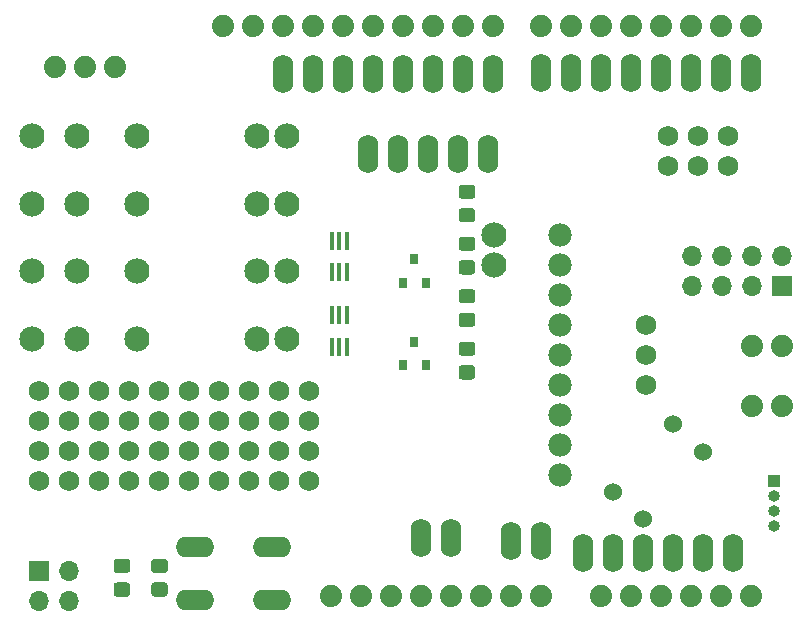
<source format=gbr>
%TF.GenerationSoftware,KiCad,Pcbnew,(5.1.10)-1*%
%TF.CreationDate,2023-04-24T18:22:13-04:00*%
%TF.ProjectId,Arduino_shield,41726475-696e-46f5-9f73-6869656c642e,rev?*%
%TF.SameCoordinates,Original*%
%TF.FileFunction,Soldermask,Top*%
%TF.FilePolarity,Negative*%
%FSLAX46Y46*%
G04 Gerber Fmt 4.6, Leading zero omitted, Abs format (unit mm)*
G04 Created by KiCad (PCBNEW (5.1.10)-1) date 2023-04-24 18:22:13*
%MOMM*%
%LPD*%
G01*
G04 APERTURE LIST*
%ADD10C,1.879600*%
%ADD11C,1.981200*%
%ADD12C,2.133600*%
%ADD13C,1.727200*%
%ADD14O,1.727200X3.251200*%
%ADD15C,1.524000*%
%ADD16O,3.251200X1.727200*%
%ADD17R,1.700000X1.700000*%
%ADD18O,1.700000X1.700000*%
%ADD19R,0.800000X0.900000*%
%ADD20R,0.400000X1.500000*%
%ADD21R,1.000000X1.000000*%
%ADD22O,1.000000X1.000000*%
G04 APERTURE END LIST*
D10*
%TO.C,U1*%
X142151100Y-129133600D03*
X144691100Y-129133600D03*
X133007100Y-80873600D03*
X135547100Y-80873600D03*
X147231100Y-129133600D03*
X149771100Y-129133600D03*
X152311100Y-129133600D03*
X154851100Y-129133600D03*
X157391100Y-129133600D03*
X159931100Y-129133600D03*
X177711100Y-129133600D03*
X175171100Y-129133600D03*
X172631100Y-129133600D03*
X170091100Y-129133600D03*
X167551100Y-129133600D03*
X138087100Y-80873600D03*
X140627100Y-80873600D03*
X143167100Y-80873600D03*
X145707100Y-80873600D03*
X148247100Y-80873600D03*
X150787100Y-80873600D03*
X153327100Y-80873600D03*
X155867100Y-80873600D03*
X159931100Y-80873600D03*
X162471100Y-80873600D03*
X165011100Y-80873600D03*
X177711100Y-80873600D03*
X175171100Y-80873600D03*
X172631100Y-80873600D03*
X170091100Y-80873600D03*
X165011100Y-129133600D03*
X167551100Y-80873600D03*
%TD*%
D11*
%TO.C,DRIVER1*%
X161582100Y-98526600D03*
X161582100Y-101066600D03*
X161582100Y-103606600D03*
X161582100Y-106146600D03*
X161582100Y-108686600D03*
X161582100Y-111226600D03*
X161582100Y-113766600D03*
X161582100Y-116306600D03*
X161582100Y-118846600D03*
%TD*%
D12*
%TO.C,VALVE1*%
X155994100Y-101066600D03*
%TD*%
%TO.C,SOLENOID1*%
X155994100Y-98526600D03*
%TD*%
D13*
%TO.C,SENSOR1*%
X168821100Y-111226600D03*
X168821100Y-108686600D03*
X168821100Y-106146600D03*
%TD*%
D10*
%TO.C,LED1*%
X180340000Y-107950000D03*
X177800000Y-107950000D03*
%TD*%
%TO.C,LED2*%
X180340000Y-113030000D03*
X177800000Y-113030000D03*
%TD*%
D14*
%TO.C,ENCODER1*%
X145326100Y-91668600D03*
X147866100Y-91668600D03*
X150406100Y-91668600D03*
X152946100Y-91668600D03*
X155486100Y-91668600D03*
%TD*%
%TO.C,JP7*%
X159931100Y-84810600D03*
X162471100Y-84810600D03*
X165011100Y-84810600D03*
X167551100Y-84810600D03*
X170091100Y-84810600D03*
X172631100Y-84810600D03*
X175171100Y-84810600D03*
X177711100Y-84810600D03*
%TD*%
%TO.C,JP9*%
X149771100Y-124180600D03*
X152311100Y-124180600D03*
%TD*%
%TO.C,JP10*%
X157391100Y-124434600D03*
X159931100Y-124434600D03*
%TD*%
%TO.C,JP8*%
X138087100Y-84937600D03*
X140627100Y-84937600D03*
X143167100Y-84937600D03*
X145707100Y-84937600D03*
X148247100Y-84937600D03*
X150787100Y-84937600D03*
X153327100Y-84937600D03*
X155867100Y-84937600D03*
%TD*%
%TO.C,JP11*%
X176187100Y-125450600D03*
X173647100Y-125450600D03*
X171107100Y-125450600D03*
X168567100Y-125450600D03*
X166027100Y-125450600D03*
X163487100Y-125450600D03*
%TD*%
D13*
%TO.C,JP17*%
X140335000Y-111760000D03*
X140335000Y-114300000D03*
X137795000Y-111760000D03*
X137795000Y-114300000D03*
X135255000Y-111760000D03*
X135255000Y-114300000D03*
X132715000Y-111760000D03*
X132715000Y-114300000D03*
X130175000Y-111760000D03*
X130175000Y-114300000D03*
X127635000Y-111760000D03*
X127635000Y-114300000D03*
X125095000Y-111760000D03*
X125095000Y-114300000D03*
X122555000Y-111760000D03*
X122555000Y-114300000D03*
X120015000Y-111760000D03*
X120015000Y-114300000D03*
X117475000Y-111760000D03*
X117475000Y-114300000D03*
%TD*%
%TO.C,JP19*%
X175806100Y-90144600D03*
X175806100Y-92684600D03*
X173266100Y-90144600D03*
X173266100Y-92684600D03*
X170726100Y-90144600D03*
X170726100Y-92684600D03*
%TD*%
D15*
%TO.C,R1*%
X166047502Y-120307523D03*
X171086698Y-114591677D03*
%TD*%
%TO.C,R2*%
X168567611Y-122575864D03*
X173646589Y-116895336D03*
%TD*%
D10*
%TO.C,S1*%
X118783100Y-84302600D03*
X123863100Y-84302600D03*
X121323100Y-84302600D03*
%TD*%
D16*
%TO.C,S2*%
X137160000Y-129489200D03*
X137160000Y-124968000D03*
X130657600Y-129489200D03*
X130657600Y-124968000D03*
%TD*%
D17*
%TO.C,J2*%
X180340000Y-102870000D03*
D18*
X180340000Y-100330000D03*
X177800000Y-102870000D03*
X177800000Y-100330000D03*
X175260000Y-102870000D03*
X175260000Y-100330000D03*
X172720000Y-102870000D03*
X172720000Y-100330000D03*
%TD*%
D12*
%TO.C,J4*%
X120650000Y-90170000D03*
X125730000Y-90170000D03*
X135890000Y-90170000D03*
X138430000Y-90170000D03*
%TD*%
%TO.C,J5*%
X138430000Y-101600000D03*
X135890000Y-101600000D03*
X125730000Y-101600000D03*
X120650000Y-101600000D03*
%TD*%
%TO.C,J6*%
X120650000Y-107315000D03*
X125730000Y-107315000D03*
X135890000Y-107315000D03*
X138430000Y-107315000D03*
%TD*%
D13*
%TO.C,JP16*%
X140335000Y-116840000D03*
X140335000Y-119380000D03*
X137795000Y-116840000D03*
X137795000Y-119380000D03*
X135255000Y-116840000D03*
X135255000Y-119380000D03*
X132715000Y-116840000D03*
X132715000Y-119380000D03*
X130175000Y-116840000D03*
X130175000Y-119380000D03*
X127635000Y-116840000D03*
X127635000Y-119380000D03*
X125095000Y-116840000D03*
X125095000Y-119380000D03*
X122555000Y-116840000D03*
X122555000Y-119380000D03*
X120015000Y-116840000D03*
X120015000Y-119380000D03*
X117475000Y-116840000D03*
X117475000Y-119380000D03*
%TD*%
D12*
%TO.C,J3*%
X138430000Y-95885000D03*
X135890000Y-95885000D03*
X125730000Y-95885000D03*
X120650000Y-95885000D03*
%TD*%
%TO.C,J7*%
X116840000Y-95885000D03*
%TD*%
%TO.C,J8*%
X116840000Y-90170000D03*
%TD*%
%TO.C,J9*%
X116840000Y-101600000D03*
%TD*%
%TO.C,J10*%
X116840000Y-107315000D03*
%TD*%
D19*
%TO.C,D1*%
X149225000Y-107585000D03*
X150175000Y-109585000D03*
X148275000Y-109585000D03*
%TD*%
%TO.C,D2*%
X148275000Y-102600000D03*
X150175000Y-102600000D03*
X149225000Y-100600000D03*
%TD*%
D20*
%TO.C,Q1*%
X142210000Y-99060000D03*
X142860000Y-99060000D03*
X143510000Y-99060000D03*
X143510000Y-101720000D03*
X142860000Y-101720000D03*
X142210000Y-101720000D03*
%TD*%
%TO.C,Q2*%
X142225000Y-108010000D03*
X142875000Y-108010000D03*
X143525000Y-108010000D03*
X143525000Y-105350000D03*
X142875000Y-105350000D03*
X142225000Y-105350000D03*
%TD*%
D17*
%TO.C,J11*%
X117475000Y-127000000D03*
D18*
X120015000Y-127000000D03*
X117475000Y-129540000D03*
X120015000Y-129540000D03*
%TD*%
D21*
%TO.C,J1*%
X179705000Y-119380000D03*
D22*
X179705000Y-120650000D03*
X179705000Y-121920000D03*
X179705000Y-123190000D03*
%TD*%
%TO.C,R3*%
G36*
G01*
X154120001Y-104337500D02*
X153219999Y-104337500D01*
G75*
G02*
X152970000Y-104087501I0J249999D01*
G01*
X152970000Y-103387499D01*
G75*
G02*
X153219999Y-103137500I249999J0D01*
G01*
X154120001Y-103137500D01*
G75*
G02*
X154370000Y-103387499I0J-249999D01*
G01*
X154370000Y-104087501D01*
G75*
G02*
X154120001Y-104337500I-249999J0D01*
G01*
G37*
G36*
G01*
X154120001Y-106337500D02*
X153219999Y-106337500D01*
G75*
G02*
X152970000Y-106087501I0J249999D01*
G01*
X152970000Y-105387499D01*
G75*
G02*
X153219999Y-105137500I249999J0D01*
G01*
X154120001Y-105137500D01*
G75*
G02*
X154370000Y-105387499I0J-249999D01*
G01*
X154370000Y-106087501D01*
G75*
G02*
X154120001Y-106337500I-249999J0D01*
G01*
G37*
%TD*%
%TO.C,R4*%
G36*
G01*
X154120001Y-110782500D02*
X153219999Y-110782500D01*
G75*
G02*
X152970000Y-110532501I0J249999D01*
G01*
X152970000Y-109832499D01*
G75*
G02*
X153219999Y-109582500I249999J0D01*
G01*
X154120001Y-109582500D01*
G75*
G02*
X154370000Y-109832499I0J-249999D01*
G01*
X154370000Y-110532501D01*
G75*
G02*
X154120001Y-110782500I-249999J0D01*
G01*
G37*
G36*
G01*
X154120001Y-108782500D02*
X153219999Y-108782500D01*
G75*
G02*
X152970000Y-108532501I0J249999D01*
G01*
X152970000Y-107832499D01*
G75*
G02*
X153219999Y-107582500I249999J0D01*
G01*
X154120001Y-107582500D01*
G75*
G02*
X154370000Y-107832499I0J-249999D01*
G01*
X154370000Y-108532501D01*
G75*
G02*
X154120001Y-108782500I-249999J0D01*
G01*
G37*
%TD*%
%TO.C,R5*%
G36*
G01*
X154120001Y-99892500D02*
X153219999Y-99892500D01*
G75*
G02*
X152970000Y-99642501I0J249999D01*
G01*
X152970000Y-98942499D01*
G75*
G02*
X153219999Y-98692500I249999J0D01*
G01*
X154120001Y-98692500D01*
G75*
G02*
X154370000Y-98942499I0J-249999D01*
G01*
X154370000Y-99642501D01*
G75*
G02*
X154120001Y-99892500I-249999J0D01*
G01*
G37*
G36*
G01*
X154120001Y-101892500D02*
X153219999Y-101892500D01*
G75*
G02*
X152970000Y-101642501I0J249999D01*
G01*
X152970000Y-100942499D01*
G75*
G02*
X153219999Y-100692500I249999J0D01*
G01*
X154120001Y-100692500D01*
G75*
G02*
X154370000Y-100942499I0J-249999D01*
G01*
X154370000Y-101642501D01*
G75*
G02*
X154120001Y-101892500I-249999J0D01*
G01*
G37*
%TD*%
%TO.C,R6*%
G36*
G01*
X154120001Y-97485000D02*
X153219999Y-97485000D01*
G75*
G02*
X152970000Y-97235001I0J249999D01*
G01*
X152970000Y-96534999D01*
G75*
G02*
X153219999Y-96285000I249999J0D01*
G01*
X154120001Y-96285000D01*
G75*
G02*
X154370000Y-96534999I0J-249999D01*
G01*
X154370000Y-97235001D01*
G75*
G02*
X154120001Y-97485000I-249999J0D01*
G01*
G37*
G36*
G01*
X154120001Y-95485000D02*
X153219999Y-95485000D01*
G75*
G02*
X152970000Y-95235001I0J249999D01*
G01*
X152970000Y-94534999D01*
G75*
G02*
X153219999Y-94285000I249999J0D01*
G01*
X154120001Y-94285000D01*
G75*
G02*
X154370000Y-94534999I0J-249999D01*
G01*
X154370000Y-95235001D01*
G75*
G02*
X154120001Y-95485000I-249999J0D01*
G01*
G37*
%TD*%
%TO.C,R7*%
G36*
G01*
X124910001Y-127164999D02*
X124009999Y-127164999D01*
G75*
G02*
X123760000Y-126915000I0J249999D01*
G01*
X123760000Y-126214998D01*
G75*
G02*
X124009999Y-125964999I249999J0D01*
G01*
X124910001Y-125964999D01*
G75*
G02*
X125160000Y-126214998I0J-249999D01*
G01*
X125160000Y-126915000D01*
G75*
G02*
X124910001Y-127164999I-249999J0D01*
G01*
G37*
G36*
G01*
X124910001Y-129164999D02*
X124009999Y-129164999D01*
G75*
G02*
X123760000Y-128915000I0J249999D01*
G01*
X123760000Y-128214998D01*
G75*
G02*
X124009999Y-127964999I249999J0D01*
G01*
X124910001Y-127964999D01*
G75*
G02*
X125160000Y-128214998I0J-249999D01*
G01*
X125160000Y-128915000D01*
G75*
G02*
X124910001Y-129164999I-249999J0D01*
G01*
G37*
%TD*%
%TO.C,R8*%
G36*
G01*
X128085001Y-129164999D02*
X127184999Y-129164999D01*
G75*
G02*
X126935000Y-128915000I0J249999D01*
G01*
X126935000Y-128214998D01*
G75*
G02*
X127184999Y-127964999I249999J0D01*
G01*
X128085001Y-127964999D01*
G75*
G02*
X128335000Y-128214998I0J-249999D01*
G01*
X128335000Y-128915000D01*
G75*
G02*
X128085001Y-129164999I-249999J0D01*
G01*
G37*
G36*
G01*
X128085001Y-127164999D02*
X127184999Y-127164999D01*
G75*
G02*
X126935000Y-126915000I0J249999D01*
G01*
X126935000Y-126214998D01*
G75*
G02*
X127184999Y-125964999I249999J0D01*
G01*
X128085001Y-125964999D01*
G75*
G02*
X128335000Y-126214998I0J-249999D01*
G01*
X128335000Y-126915000D01*
G75*
G02*
X128085001Y-127164999I-249999J0D01*
G01*
G37*
%TD*%
M02*

</source>
